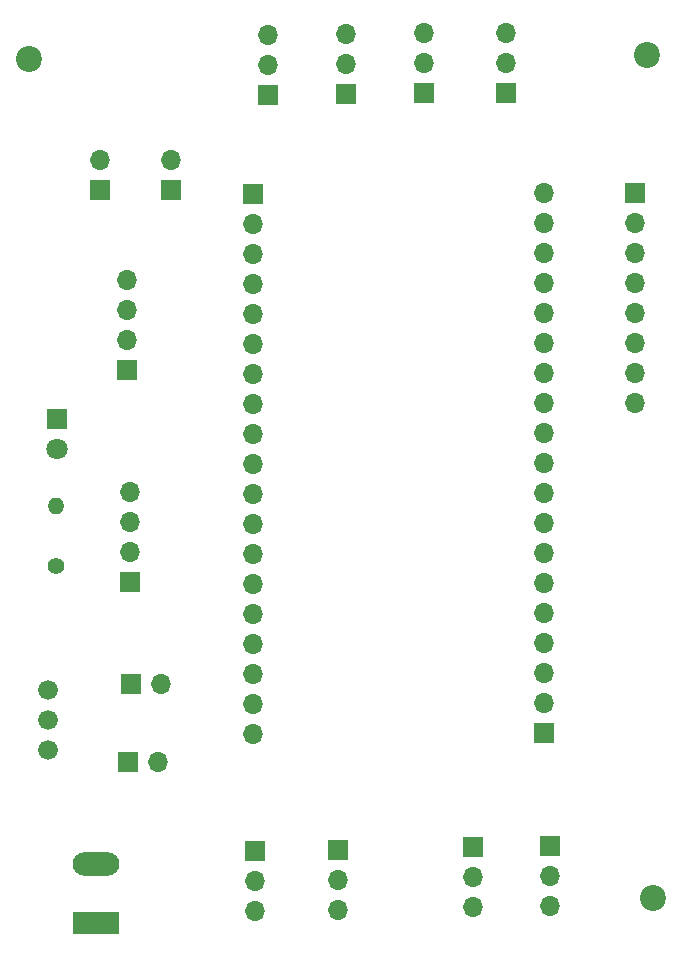
<source format=gbr>
%TF.GenerationSoftware,KiCad,Pcbnew,7.0.1*%
%TF.CreationDate,2023-10-13T19:27:18+02:00*%
%TF.ProjectId,PCB_ESP32,5043425f-4553-4503-9332-2e6b69636164,rev?*%
%TF.SameCoordinates,Original*%
%TF.FileFunction,Soldermask,Bot*%
%TF.FilePolarity,Negative*%
%FSLAX46Y46*%
G04 Gerber Fmt 4.6, Leading zero omitted, Abs format (unit mm)*
G04 Created by KiCad (PCBNEW 7.0.1) date 2023-10-13 19:27:18*
%MOMM*%
%LPD*%
G01*
G04 APERTURE LIST*
%ADD10R,1.700000X1.700000*%
%ADD11O,1.700000X1.700000*%
%ADD12R,1.800000X1.800000*%
%ADD13C,1.800000*%
%ADD14R,3.960000X1.980000*%
%ADD15O,3.960000X1.980000*%
%ADD16C,2.200000*%
%ADD17C,1.676400*%
%ADD18C,1.400000*%
%ADD19O,1.400000X1.400000*%
G04 APERTURE END LIST*
D10*
%TO.C,J17*%
X104350000Y-104225000D03*
D11*
X104350000Y-101685000D03*
%TD*%
D10*
%TO.C,KNEE_L1*%
X118550000Y-96140000D03*
D11*
X118550000Y-93600000D03*
X118550000Y-91060000D03*
%TD*%
D10*
%TO.C,GAL_R1*%
X106850000Y-137390000D03*
D11*
X106850000Y-134850000D03*
X106850000Y-132310000D03*
X106850000Y-129770000D03*
%TD*%
D10*
%TO.C,J18*%
X106975000Y-146050000D03*
D11*
X109515000Y-146050000D03*
%TD*%
D10*
%TO.C,HIP2_L1*%
X135950000Y-159800000D03*
D11*
X135950000Y-162340000D03*
X135950000Y-164880000D03*
%TD*%
D10*
%TO.C,J16*%
X110350000Y-104200000D03*
D11*
X110350000Y-101660000D03*
%TD*%
D10*
%TO.C,J2*%
X149600000Y-104450000D03*
D11*
X149600000Y-106990000D03*
X149600000Y-109530000D03*
X149600000Y-112070000D03*
X149600000Y-114610000D03*
X149600000Y-117150000D03*
X149600000Y-119690000D03*
X149600000Y-122230000D03*
%TD*%
D10*
%TO.C,J4*%
X141900000Y-150200000D03*
D11*
X141900000Y-147660000D03*
X141900000Y-145120000D03*
X141900000Y-142580000D03*
X141900000Y-140040000D03*
X141900000Y-137500000D03*
X141900000Y-134960000D03*
X141900000Y-132420000D03*
X141900000Y-129880000D03*
X141900000Y-127340000D03*
X141900000Y-124800000D03*
X141900000Y-122260000D03*
X141900000Y-119720000D03*
X141900000Y-117180000D03*
X141900000Y-114640000D03*
X141900000Y-112100000D03*
X141900000Y-109560000D03*
X141900000Y-107020000D03*
X141900000Y-104480000D03*
%TD*%
D10*
%TO.C,HIP2_R1*%
X124450000Y-160050000D03*
D11*
X124450000Y-162590000D03*
X124450000Y-165130000D03*
%TD*%
%TO.C,HIP_R1*%
X117500000Y-165280000D03*
X117500000Y-162740000D03*
D10*
X117500000Y-160200000D03*
%TD*%
%TO.C,KNEE_R1*%
X131800000Y-95980000D03*
D11*
X131800000Y-93440000D03*
X131800000Y-90900000D03*
%TD*%
D12*
%TO.C,D1*%
X100700000Y-123560000D03*
D13*
X100700000Y-126100000D03*
%TD*%
D14*
%TO.C,J1*%
X104000000Y-166300000D03*
D15*
X104000000Y-161300000D03*
%TD*%
D16*
%TO.C,REF\u002A\u002A*%
X98350000Y-93100000D03*
%TD*%
%TO.C,REF\u002A\u002A*%
X150650000Y-92750000D03*
%TD*%
D11*
%TO.C,ANKLE_L1*%
X142400000Y-164830000D03*
X142400000Y-162290000D03*
D10*
X142400000Y-159750000D03*
%TD*%
%TO.C,GAL_L1*%
X106600000Y-119440000D03*
D11*
X106600000Y-116900000D03*
X106600000Y-114360000D03*
X106600000Y-111820000D03*
%TD*%
D17*
%TO.C,S1*%
X99950000Y-146510000D03*
X99950000Y-149050000D03*
X99950000Y-151590000D03*
%TD*%
D11*
%TO.C,HIP_L1*%
X138750000Y-90900000D03*
X138750000Y-93440000D03*
D10*
X138750000Y-95980000D03*
%TD*%
%TO.C,ANKLE_R1*%
X125150000Y-96080000D03*
D11*
X125150000Y-93540000D03*
X125150000Y-91000000D03*
%TD*%
D10*
%TO.C,J3*%
X117295000Y-104500000D03*
D11*
X117295000Y-107040000D03*
X117295000Y-109580000D03*
X117295000Y-112120000D03*
X117295000Y-114660000D03*
X117295000Y-117200000D03*
X117295000Y-119740000D03*
X117295000Y-122280000D03*
X117295000Y-124820000D03*
X117295000Y-127360000D03*
X117295000Y-129900000D03*
X117295000Y-132440000D03*
X117295000Y-134980000D03*
X117295000Y-137520000D03*
X117295000Y-140060000D03*
X117295000Y-142600000D03*
X117295000Y-145140000D03*
X117295000Y-147680000D03*
X117295000Y-150220000D03*
%TD*%
D18*
%TO.C,R1*%
X100650000Y-136040000D03*
D19*
X100650000Y-130960000D03*
%TD*%
D16*
%TO.C,REF\u002A\u002A*%
X151200000Y-164100000D03*
%TD*%
D10*
%TO.C,J19*%
X106725000Y-152650000D03*
D11*
X109265000Y-152650000D03*
%TD*%
M02*

</source>
